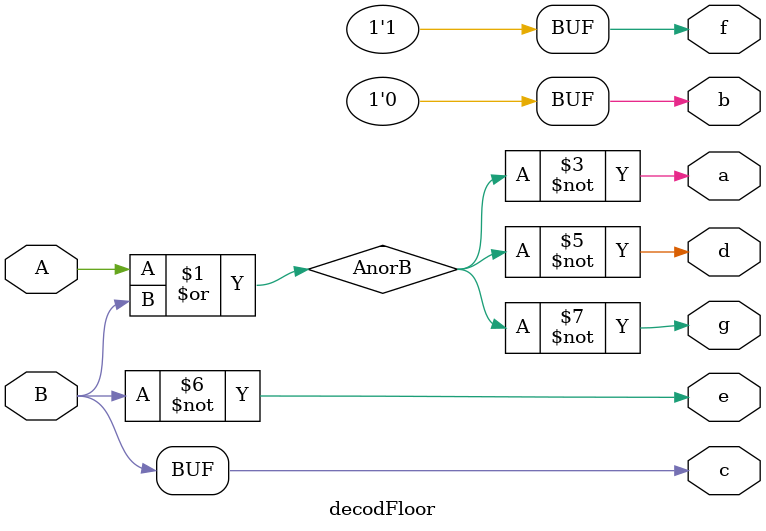
<source format=v>
module decodFloor(
	input A, B,
	output a, b, c, d, e, f, g
);
	wire AnorB, nB;

	or or0(AnorB, A, B);
	not not0(nB, B);
	
	//output a
	not S_a(a, AnorB);
	
	//output b
	not S_b(b, 1'b1);
	
	//output c
	not S_c(c, nB);
	
	//output d
	not S_d(d, AnorB);
	
	//output e
	not S_e(e, B);
	
	//output f
	not S_f(f, 1'b0);
	
	//output g
	not S_g(g, AnorB);

endmodule

</source>
